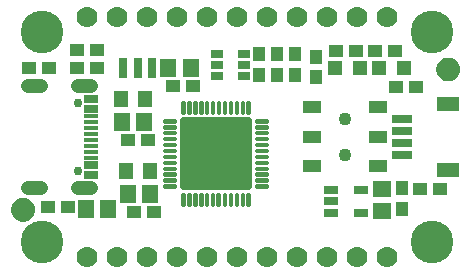
<source format=gbr>
G04 EAGLE Gerber RS-274X export*
G75*
%MOMM*%
%FSLAX34Y34*%
%LPD*%
%INSoldermask Top*%
%IPPOS*%
%AMOC8*
5,1,8,0,0,1.08239X$1,22.5*%
G01*
%ADD10C,0.671175*%
%ADD11C,0.215538*%
%ADD12R,0.801600X1.801600*%
%ADD13R,1.341600X1.601600*%
%ADD14R,1.101600X1.176600*%
%ADD15R,1.301600X1.401600*%
%ADD16R,1.176600X1.101600*%
%ADD17R,1.001600X0.701600*%
%ADD18R,1.301600X1.301600*%
%ADD19C,3.617600*%
%ADD20C,1.101600*%
%ADD21C,0.500000*%
%ADD22R,1.251600X0.676600*%
%ADD23R,1.251600X0.376600*%
%ADD24C,1.209600*%
%ADD25C,0.751600*%
%ADD26R,1.651600X0.701600*%
%ADD27R,1.901600X1.301600*%
%ADD28R,1.601600X1.341600*%
%ADD29R,1.301600X0.651600*%
%ADD30R,1.601600X1.101600*%
%ADD31C,1.778000*%


D10*
X199872Y73178D02*
X145568Y73178D01*
X145568Y127482D01*
X199872Y127482D01*
X199872Y73178D01*
X199872Y79554D02*
X145568Y79554D01*
X145568Y85930D02*
X199872Y85930D01*
X199872Y92306D02*
X145568Y92306D01*
X145568Y98682D02*
X199872Y98682D01*
X199872Y105058D02*
X145568Y105058D01*
X145568Y111434D02*
X199872Y111434D01*
X199872Y117810D02*
X145568Y117810D01*
X145568Y124186D02*
X199872Y124186D01*
D11*
X138151Y127249D02*
X138151Y128411D01*
X138151Y127249D02*
X129289Y127249D01*
X129289Y128411D01*
X138151Y128411D01*
X138151Y123411D02*
X138151Y122249D01*
X129289Y122249D01*
X129289Y123411D01*
X138151Y123411D01*
X138151Y118411D02*
X138151Y117249D01*
X129289Y117249D01*
X129289Y118411D01*
X138151Y118411D01*
X138151Y113411D02*
X138151Y112249D01*
X129289Y112249D01*
X129289Y113411D01*
X138151Y113411D01*
X138151Y108411D02*
X138151Y107249D01*
X129289Y107249D01*
X129289Y108411D01*
X138151Y108411D01*
X138151Y103411D02*
X138151Y102249D01*
X129289Y102249D01*
X129289Y103411D01*
X138151Y103411D01*
X138151Y98411D02*
X138151Y97249D01*
X129289Y97249D01*
X129289Y98411D01*
X138151Y98411D01*
X138151Y93411D02*
X138151Y92249D01*
X129289Y92249D01*
X129289Y93411D01*
X138151Y93411D01*
X138151Y88411D02*
X138151Y87249D01*
X129289Y87249D01*
X129289Y88411D01*
X138151Y88411D01*
X138151Y83411D02*
X138151Y82249D01*
X129289Y82249D01*
X129289Y83411D01*
X138151Y83411D01*
X138151Y78411D02*
X138151Y77249D01*
X129289Y77249D01*
X129289Y78411D01*
X138151Y78411D01*
X138151Y73411D02*
X138151Y72249D01*
X129289Y72249D01*
X129289Y73411D01*
X138151Y73411D01*
X144639Y65761D02*
X145801Y65761D01*
X145801Y56899D01*
X144639Y56899D01*
X144639Y65761D01*
X144639Y58946D02*
X145801Y58946D01*
X145801Y60993D02*
X144639Y60993D01*
X144639Y63040D02*
X145801Y63040D01*
X145801Y65087D02*
X144639Y65087D01*
X149639Y65761D02*
X150801Y65761D01*
X150801Y56899D01*
X149639Y56899D01*
X149639Y65761D01*
X149639Y58946D02*
X150801Y58946D01*
X150801Y60993D02*
X149639Y60993D01*
X149639Y63040D02*
X150801Y63040D01*
X150801Y65087D02*
X149639Y65087D01*
X154639Y65761D02*
X155801Y65761D01*
X155801Y56899D01*
X154639Y56899D01*
X154639Y65761D01*
X154639Y58946D02*
X155801Y58946D01*
X155801Y60993D02*
X154639Y60993D01*
X154639Y63040D02*
X155801Y63040D01*
X155801Y65087D02*
X154639Y65087D01*
X159639Y65761D02*
X160801Y65761D01*
X160801Y56899D01*
X159639Y56899D01*
X159639Y65761D01*
X159639Y58946D02*
X160801Y58946D01*
X160801Y60993D02*
X159639Y60993D01*
X159639Y63040D02*
X160801Y63040D01*
X160801Y65087D02*
X159639Y65087D01*
X164639Y65761D02*
X165801Y65761D01*
X165801Y56899D01*
X164639Y56899D01*
X164639Y65761D01*
X164639Y58946D02*
X165801Y58946D01*
X165801Y60993D02*
X164639Y60993D01*
X164639Y63040D02*
X165801Y63040D01*
X165801Y65087D02*
X164639Y65087D01*
X169639Y65761D02*
X170801Y65761D01*
X170801Y56899D01*
X169639Y56899D01*
X169639Y65761D01*
X169639Y58946D02*
X170801Y58946D01*
X170801Y60993D02*
X169639Y60993D01*
X169639Y63040D02*
X170801Y63040D01*
X170801Y65087D02*
X169639Y65087D01*
X174139Y65761D02*
X175301Y65761D01*
X175301Y56899D01*
X174139Y56899D01*
X174139Y65761D01*
X174139Y58946D02*
X175301Y58946D01*
X175301Y60993D02*
X174139Y60993D01*
X174139Y63040D02*
X175301Y63040D01*
X175301Y65087D02*
X174139Y65087D01*
X179639Y65761D02*
X180801Y65761D01*
X180801Y56899D01*
X179639Y56899D01*
X179639Y65761D01*
X179639Y58946D02*
X180801Y58946D01*
X180801Y60993D02*
X179639Y60993D01*
X179639Y63040D02*
X180801Y63040D01*
X180801Y65087D02*
X179639Y65087D01*
X184639Y65761D02*
X185801Y65761D01*
X185801Y56899D01*
X184639Y56899D01*
X184639Y65761D01*
X184639Y58946D02*
X185801Y58946D01*
X185801Y60993D02*
X184639Y60993D01*
X184639Y63040D02*
X185801Y63040D01*
X185801Y65087D02*
X184639Y65087D01*
X189639Y65761D02*
X190801Y65761D01*
X190801Y56899D01*
X189639Y56899D01*
X189639Y65761D01*
X189639Y58946D02*
X190801Y58946D01*
X190801Y60993D02*
X189639Y60993D01*
X189639Y63040D02*
X190801Y63040D01*
X190801Y65087D02*
X189639Y65087D01*
X194639Y65761D02*
X195801Y65761D01*
X195801Y56899D01*
X194639Y56899D01*
X194639Y65761D01*
X194639Y58946D02*
X195801Y58946D01*
X195801Y60993D02*
X194639Y60993D01*
X194639Y63040D02*
X195801Y63040D01*
X195801Y65087D02*
X194639Y65087D01*
X199639Y65761D02*
X200801Y65761D01*
X200801Y56899D01*
X199639Y56899D01*
X199639Y65761D01*
X199639Y58946D02*
X200801Y58946D01*
X200801Y60993D02*
X199639Y60993D01*
X199639Y63040D02*
X200801Y63040D01*
X200801Y65087D02*
X199639Y65087D01*
X207289Y72249D02*
X207289Y73411D01*
X216151Y73411D01*
X216151Y72249D01*
X207289Y72249D01*
X207289Y77249D02*
X207289Y78411D01*
X216151Y78411D01*
X216151Y77249D01*
X207289Y77249D01*
X207289Y82249D02*
X207289Y83411D01*
X216151Y83411D01*
X216151Y82249D01*
X207289Y82249D01*
X207289Y87249D02*
X207289Y88411D01*
X216151Y88411D01*
X216151Y87249D01*
X207289Y87249D01*
X207289Y92249D02*
X207289Y93411D01*
X216151Y93411D01*
X216151Y92249D01*
X207289Y92249D01*
X207289Y97249D02*
X207289Y98411D01*
X216151Y98411D01*
X216151Y97249D01*
X207289Y97249D01*
X207289Y102249D02*
X207289Y103411D01*
X216151Y103411D01*
X216151Y102249D01*
X207289Y102249D01*
X207289Y107249D02*
X207289Y108411D01*
X216151Y108411D01*
X216151Y107249D01*
X207289Y107249D01*
X207289Y112249D02*
X207289Y113411D01*
X216151Y113411D01*
X216151Y112249D01*
X207289Y112249D01*
X207289Y117249D02*
X207289Y118411D01*
X216151Y118411D01*
X216151Y117249D01*
X207289Y117249D01*
X207289Y122249D02*
X207289Y123411D01*
X216151Y123411D01*
X216151Y122249D01*
X207289Y122249D01*
X207289Y127249D02*
X207289Y128411D01*
X216151Y128411D01*
X216151Y127249D01*
X207289Y127249D01*
X200801Y134899D02*
X199639Y134899D01*
X199639Y143761D01*
X200801Y143761D01*
X200801Y134899D01*
X200801Y136946D02*
X199639Y136946D01*
X199639Y138993D02*
X200801Y138993D01*
X200801Y141040D02*
X199639Y141040D01*
X199639Y143087D02*
X200801Y143087D01*
X195801Y134899D02*
X194639Y134899D01*
X194639Y143761D01*
X195801Y143761D01*
X195801Y134899D01*
X195801Y136946D02*
X194639Y136946D01*
X194639Y138993D02*
X195801Y138993D01*
X195801Y141040D02*
X194639Y141040D01*
X194639Y143087D02*
X195801Y143087D01*
X190801Y134899D02*
X189639Y134899D01*
X189639Y143761D01*
X190801Y143761D01*
X190801Y134899D01*
X190801Y136946D02*
X189639Y136946D01*
X189639Y138993D02*
X190801Y138993D01*
X190801Y141040D02*
X189639Y141040D01*
X189639Y143087D02*
X190801Y143087D01*
X185801Y134899D02*
X184639Y134899D01*
X184639Y143761D01*
X185801Y143761D01*
X185801Y134899D01*
X185801Y136946D02*
X184639Y136946D01*
X184639Y138993D02*
X185801Y138993D01*
X185801Y141040D02*
X184639Y141040D01*
X184639Y143087D02*
X185801Y143087D01*
X180801Y134899D02*
X179639Y134899D01*
X179639Y143761D01*
X180801Y143761D01*
X180801Y134899D01*
X180801Y136946D02*
X179639Y136946D01*
X179639Y138993D02*
X180801Y138993D01*
X180801Y141040D02*
X179639Y141040D01*
X179639Y143087D02*
X180801Y143087D01*
X175801Y134899D02*
X174639Y134899D01*
X174639Y143761D01*
X175801Y143761D01*
X175801Y134899D01*
X175801Y136946D02*
X174639Y136946D01*
X174639Y138993D02*
X175801Y138993D01*
X175801Y141040D02*
X174639Y141040D01*
X174639Y143087D02*
X175801Y143087D01*
X170801Y134899D02*
X169639Y134899D01*
X169639Y143761D01*
X170801Y143761D01*
X170801Y134899D01*
X170801Y136946D02*
X169639Y136946D01*
X169639Y138993D02*
X170801Y138993D01*
X170801Y141040D02*
X169639Y141040D01*
X169639Y143087D02*
X170801Y143087D01*
X165801Y134899D02*
X164639Y134899D01*
X164639Y143761D01*
X165801Y143761D01*
X165801Y134899D01*
X165801Y136946D02*
X164639Y136946D01*
X164639Y138993D02*
X165801Y138993D01*
X165801Y141040D02*
X164639Y141040D01*
X164639Y143087D02*
X165801Y143087D01*
X160801Y134899D02*
X159639Y134899D01*
X159639Y143761D01*
X160801Y143761D01*
X160801Y134899D01*
X160801Y136946D02*
X159639Y136946D01*
X159639Y138993D02*
X160801Y138993D01*
X160801Y141040D02*
X159639Y141040D01*
X159639Y143087D02*
X160801Y143087D01*
X155801Y134899D02*
X154639Y134899D01*
X154639Y143761D01*
X155801Y143761D01*
X155801Y134899D01*
X155801Y136946D02*
X154639Y136946D01*
X154639Y138993D02*
X155801Y138993D01*
X155801Y141040D02*
X154639Y141040D01*
X154639Y143087D02*
X155801Y143087D01*
X150801Y134899D02*
X149639Y134899D01*
X149639Y143761D01*
X150801Y143761D01*
X150801Y134899D01*
X150801Y136946D02*
X149639Y136946D01*
X149639Y138993D02*
X150801Y138993D01*
X150801Y141040D02*
X149639Y141040D01*
X149639Y143087D02*
X150801Y143087D01*
X145801Y134899D02*
X144639Y134899D01*
X144639Y143761D01*
X145801Y143761D01*
X145801Y134899D01*
X145801Y136946D02*
X144639Y136946D01*
X144639Y138993D02*
X145801Y138993D01*
X145801Y141040D02*
X144639Y141040D01*
X144639Y143087D02*
X145801Y143087D01*
D12*
X118680Y172720D03*
X106680Y172720D03*
X94680Y172720D03*
D13*
X81890Y53340D03*
X62890Y53340D03*
D14*
X239649Y167141D03*
X239649Y184141D03*
D15*
X113030Y146050D03*
X92710Y146050D03*
X96520Y85090D03*
X116840Y85090D03*
D13*
X112370Y127000D03*
X93370Y127000D03*
X117450Y66040D03*
X98450Y66040D03*
X151740Y172720D03*
X132740Y172720D03*
D16*
X153280Y157480D03*
X136280Y157480D03*
X120260Y50800D03*
X103260Y50800D03*
D14*
X258064Y165236D03*
X258064Y182236D03*
X224409Y167141D03*
X224409Y184141D03*
D16*
X115180Y111760D03*
X98180Y111760D03*
D17*
X196864Y165579D03*
X196864Y175079D03*
X196864Y184579D03*
X173864Y184579D03*
X173864Y175079D03*
X173864Y165579D03*
D18*
X273980Y172720D03*
X294980Y172720D03*
X310810Y172720D03*
X331810Y172720D03*
D16*
X274710Y186690D03*
X291710Y186690D03*
X307730Y186690D03*
X324730Y186690D03*
D14*
X209223Y184123D03*
X209223Y167123D03*
D16*
X72000Y172720D03*
X55000Y172720D03*
X55000Y187960D03*
X72000Y187960D03*
D19*
X25400Y203200D03*
X25400Y25400D03*
X355600Y25400D03*
D20*
X9652Y52578D03*
D21*
X9652Y60078D02*
X9471Y60076D01*
X9290Y60069D01*
X9109Y60058D01*
X8928Y60043D01*
X8748Y60023D01*
X8568Y59999D01*
X8389Y59971D01*
X8211Y59938D01*
X8034Y59901D01*
X7857Y59860D01*
X7682Y59815D01*
X7507Y59765D01*
X7334Y59711D01*
X7163Y59653D01*
X6992Y59591D01*
X6824Y59524D01*
X6657Y59454D01*
X6491Y59380D01*
X6328Y59301D01*
X6167Y59219D01*
X6007Y59133D01*
X5850Y59043D01*
X5695Y58949D01*
X5542Y58852D01*
X5392Y58750D01*
X5244Y58646D01*
X5098Y58537D01*
X4956Y58426D01*
X4816Y58310D01*
X4679Y58192D01*
X4544Y58070D01*
X4413Y57945D01*
X4285Y57817D01*
X4160Y57686D01*
X4038Y57551D01*
X3920Y57414D01*
X3804Y57274D01*
X3693Y57132D01*
X3584Y56986D01*
X3480Y56838D01*
X3378Y56688D01*
X3281Y56535D01*
X3187Y56380D01*
X3097Y56223D01*
X3011Y56063D01*
X2929Y55902D01*
X2850Y55739D01*
X2776Y55573D01*
X2706Y55406D01*
X2639Y55238D01*
X2577Y55067D01*
X2519Y54896D01*
X2465Y54723D01*
X2415Y54548D01*
X2370Y54373D01*
X2329Y54196D01*
X2292Y54019D01*
X2259Y53841D01*
X2231Y53662D01*
X2207Y53482D01*
X2187Y53302D01*
X2172Y53121D01*
X2161Y52940D01*
X2154Y52759D01*
X2152Y52578D01*
X9652Y60078D02*
X9833Y60076D01*
X10014Y60069D01*
X10195Y60058D01*
X10376Y60043D01*
X10556Y60023D01*
X10736Y59999D01*
X10915Y59971D01*
X11093Y59938D01*
X11270Y59901D01*
X11447Y59860D01*
X11622Y59815D01*
X11797Y59765D01*
X11970Y59711D01*
X12141Y59653D01*
X12312Y59591D01*
X12480Y59524D01*
X12647Y59454D01*
X12813Y59380D01*
X12976Y59301D01*
X13137Y59219D01*
X13297Y59133D01*
X13454Y59043D01*
X13609Y58949D01*
X13762Y58852D01*
X13912Y58750D01*
X14060Y58646D01*
X14206Y58537D01*
X14348Y58426D01*
X14488Y58310D01*
X14625Y58192D01*
X14760Y58070D01*
X14891Y57945D01*
X15019Y57817D01*
X15144Y57686D01*
X15266Y57551D01*
X15384Y57414D01*
X15500Y57274D01*
X15611Y57132D01*
X15720Y56986D01*
X15824Y56838D01*
X15926Y56688D01*
X16023Y56535D01*
X16117Y56380D01*
X16207Y56223D01*
X16293Y56063D01*
X16375Y55902D01*
X16454Y55739D01*
X16528Y55573D01*
X16598Y55406D01*
X16665Y55238D01*
X16727Y55067D01*
X16785Y54896D01*
X16839Y54723D01*
X16889Y54548D01*
X16934Y54373D01*
X16975Y54196D01*
X17012Y54019D01*
X17045Y53841D01*
X17073Y53662D01*
X17097Y53482D01*
X17117Y53302D01*
X17132Y53121D01*
X17143Y52940D01*
X17150Y52759D01*
X17152Y52578D01*
X17150Y52397D01*
X17143Y52216D01*
X17132Y52035D01*
X17117Y51854D01*
X17097Y51674D01*
X17073Y51494D01*
X17045Y51315D01*
X17012Y51137D01*
X16975Y50960D01*
X16934Y50783D01*
X16889Y50608D01*
X16839Y50433D01*
X16785Y50260D01*
X16727Y50089D01*
X16665Y49918D01*
X16598Y49750D01*
X16528Y49583D01*
X16454Y49417D01*
X16375Y49254D01*
X16293Y49093D01*
X16207Y48933D01*
X16117Y48776D01*
X16023Y48621D01*
X15926Y48468D01*
X15824Y48318D01*
X15720Y48170D01*
X15611Y48024D01*
X15500Y47882D01*
X15384Y47742D01*
X15266Y47605D01*
X15144Y47470D01*
X15019Y47339D01*
X14891Y47211D01*
X14760Y47086D01*
X14625Y46964D01*
X14488Y46846D01*
X14348Y46730D01*
X14206Y46619D01*
X14060Y46510D01*
X13912Y46406D01*
X13762Y46304D01*
X13609Y46207D01*
X13454Y46113D01*
X13297Y46023D01*
X13137Y45937D01*
X12976Y45855D01*
X12813Y45776D01*
X12647Y45702D01*
X12480Y45632D01*
X12312Y45565D01*
X12141Y45503D01*
X11970Y45445D01*
X11797Y45391D01*
X11622Y45341D01*
X11447Y45296D01*
X11270Y45255D01*
X11093Y45218D01*
X10915Y45185D01*
X10736Y45157D01*
X10556Y45133D01*
X10376Y45113D01*
X10195Y45098D01*
X10014Y45087D01*
X9833Y45080D01*
X9652Y45078D01*
X9471Y45080D01*
X9290Y45087D01*
X9109Y45098D01*
X8928Y45113D01*
X8748Y45133D01*
X8568Y45157D01*
X8389Y45185D01*
X8211Y45218D01*
X8034Y45255D01*
X7857Y45296D01*
X7682Y45341D01*
X7507Y45391D01*
X7334Y45445D01*
X7163Y45503D01*
X6992Y45565D01*
X6824Y45632D01*
X6657Y45702D01*
X6491Y45776D01*
X6328Y45855D01*
X6167Y45937D01*
X6007Y46023D01*
X5850Y46113D01*
X5695Y46207D01*
X5542Y46304D01*
X5392Y46406D01*
X5244Y46510D01*
X5098Y46619D01*
X4956Y46730D01*
X4816Y46846D01*
X4679Y46964D01*
X4544Y47086D01*
X4413Y47211D01*
X4285Y47339D01*
X4160Y47470D01*
X4038Y47605D01*
X3920Y47742D01*
X3804Y47882D01*
X3693Y48024D01*
X3584Y48170D01*
X3480Y48318D01*
X3378Y48468D01*
X3281Y48621D01*
X3187Y48776D01*
X3097Y48933D01*
X3011Y49093D01*
X2929Y49254D01*
X2850Y49417D01*
X2776Y49583D01*
X2706Y49750D01*
X2639Y49918D01*
X2577Y50089D01*
X2519Y50260D01*
X2465Y50433D01*
X2415Y50608D01*
X2370Y50783D01*
X2329Y50960D01*
X2292Y51137D01*
X2259Y51315D01*
X2231Y51494D01*
X2207Y51674D01*
X2187Y51854D01*
X2172Y52035D01*
X2161Y52216D01*
X2154Y52397D01*
X2152Y52578D01*
D20*
X369570Y171450D03*
D21*
X369570Y178950D02*
X369389Y178948D01*
X369208Y178941D01*
X369027Y178930D01*
X368846Y178915D01*
X368666Y178895D01*
X368486Y178871D01*
X368307Y178843D01*
X368129Y178810D01*
X367952Y178773D01*
X367775Y178732D01*
X367600Y178687D01*
X367425Y178637D01*
X367252Y178583D01*
X367081Y178525D01*
X366910Y178463D01*
X366742Y178396D01*
X366575Y178326D01*
X366409Y178252D01*
X366246Y178173D01*
X366085Y178091D01*
X365925Y178005D01*
X365768Y177915D01*
X365613Y177821D01*
X365460Y177724D01*
X365310Y177622D01*
X365162Y177518D01*
X365016Y177409D01*
X364874Y177298D01*
X364734Y177182D01*
X364597Y177064D01*
X364462Y176942D01*
X364331Y176817D01*
X364203Y176689D01*
X364078Y176558D01*
X363956Y176423D01*
X363838Y176286D01*
X363722Y176146D01*
X363611Y176004D01*
X363502Y175858D01*
X363398Y175710D01*
X363296Y175560D01*
X363199Y175407D01*
X363105Y175252D01*
X363015Y175095D01*
X362929Y174935D01*
X362847Y174774D01*
X362768Y174611D01*
X362694Y174445D01*
X362624Y174278D01*
X362557Y174110D01*
X362495Y173939D01*
X362437Y173768D01*
X362383Y173595D01*
X362333Y173420D01*
X362288Y173245D01*
X362247Y173068D01*
X362210Y172891D01*
X362177Y172713D01*
X362149Y172534D01*
X362125Y172354D01*
X362105Y172174D01*
X362090Y171993D01*
X362079Y171812D01*
X362072Y171631D01*
X362070Y171450D01*
X369570Y178950D02*
X369751Y178948D01*
X369932Y178941D01*
X370113Y178930D01*
X370294Y178915D01*
X370474Y178895D01*
X370654Y178871D01*
X370833Y178843D01*
X371011Y178810D01*
X371188Y178773D01*
X371365Y178732D01*
X371540Y178687D01*
X371715Y178637D01*
X371888Y178583D01*
X372059Y178525D01*
X372230Y178463D01*
X372398Y178396D01*
X372565Y178326D01*
X372731Y178252D01*
X372894Y178173D01*
X373055Y178091D01*
X373215Y178005D01*
X373372Y177915D01*
X373527Y177821D01*
X373680Y177724D01*
X373830Y177622D01*
X373978Y177518D01*
X374124Y177409D01*
X374266Y177298D01*
X374406Y177182D01*
X374543Y177064D01*
X374678Y176942D01*
X374809Y176817D01*
X374937Y176689D01*
X375062Y176558D01*
X375184Y176423D01*
X375302Y176286D01*
X375418Y176146D01*
X375529Y176004D01*
X375638Y175858D01*
X375742Y175710D01*
X375844Y175560D01*
X375941Y175407D01*
X376035Y175252D01*
X376125Y175095D01*
X376211Y174935D01*
X376293Y174774D01*
X376372Y174611D01*
X376446Y174445D01*
X376516Y174278D01*
X376583Y174110D01*
X376645Y173939D01*
X376703Y173768D01*
X376757Y173595D01*
X376807Y173420D01*
X376852Y173245D01*
X376893Y173068D01*
X376930Y172891D01*
X376963Y172713D01*
X376991Y172534D01*
X377015Y172354D01*
X377035Y172174D01*
X377050Y171993D01*
X377061Y171812D01*
X377068Y171631D01*
X377070Y171450D01*
X377068Y171269D01*
X377061Y171088D01*
X377050Y170907D01*
X377035Y170726D01*
X377015Y170546D01*
X376991Y170366D01*
X376963Y170187D01*
X376930Y170009D01*
X376893Y169832D01*
X376852Y169655D01*
X376807Y169480D01*
X376757Y169305D01*
X376703Y169132D01*
X376645Y168961D01*
X376583Y168790D01*
X376516Y168622D01*
X376446Y168455D01*
X376372Y168289D01*
X376293Y168126D01*
X376211Y167965D01*
X376125Y167805D01*
X376035Y167648D01*
X375941Y167493D01*
X375844Y167340D01*
X375742Y167190D01*
X375638Y167042D01*
X375529Y166896D01*
X375418Y166754D01*
X375302Y166614D01*
X375184Y166477D01*
X375062Y166342D01*
X374937Y166211D01*
X374809Y166083D01*
X374678Y165958D01*
X374543Y165836D01*
X374406Y165718D01*
X374266Y165602D01*
X374124Y165491D01*
X373978Y165382D01*
X373830Y165278D01*
X373680Y165176D01*
X373527Y165079D01*
X373372Y164985D01*
X373215Y164895D01*
X373055Y164809D01*
X372894Y164727D01*
X372731Y164648D01*
X372565Y164574D01*
X372398Y164504D01*
X372230Y164437D01*
X372059Y164375D01*
X371888Y164317D01*
X371715Y164263D01*
X371540Y164213D01*
X371365Y164168D01*
X371188Y164127D01*
X371011Y164090D01*
X370833Y164057D01*
X370654Y164029D01*
X370474Y164005D01*
X370294Y163985D01*
X370113Y163970D01*
X369932Y163959D01*
X369751Y163952D01*
X369570Y163950D01*
X369389Y163952D01*
X369208Y163959D01*
X369027Y163970D01*
X368846Y163985D01*
X368666Y164005D01*
X368486Y164029D01*
X368307Y164057D01*
X368129Y164090D01*
X367952Y164127D01*
X367775Y164168D01*
X367600Y164213D01*
X367425Y164263D01*
X367252Y164317D01*
X367081Y164375D01*
X366910Y164437D01*
X366742Y164504D01*
X366575Y164574D01*
X366409Y164648D01*
X366246Y164727D01*
X366085Y164809D01*
X365925Y164895D01*
X365768Y164985D01*
X365613Y165079D01*
X365460Y165176D01*
X365310Y165278D01*
X365162Y165382D01*
X365016Y165491D01*
X364874Y165602D01*
X364734Y165718D01*
X364597Y165836D01*
X364462Y165958D01*
X364331Y166083D01*
X364203Y166211D01*
X364078Y166342D01*
X363956Y166477D01*
X363838Y166614D01*
X363722Y166754D01*
X363611Y166896D01*
X363502Y167042D01*
X363398Y167190D01*
X363296Y167340D01*
X363199Y167493D01*
X363105Y167648D01*
X363015Y167805D01*
X362929Y167965D01*
X362847Y168126D01*
X362768Y168289D01*
X362694Y168455D01*
X362624Y168622D01*
X362557Y168790D01*
X362495Y168961D01*
X362437Y169132D01*
X362383Y169305D01*
X362333Y169480D01*
X362288Y169655D01*
X362247Y169832D01*
X362210Y170009D01*
X362177Y170187D01*
X362149Y170366D01*
X362125Y170546D01*
X362105Y170726D01*
X362090Y170907D01*
X362079Y171088D01*
X362072Y171269D01*
X362070Y171450D01*
D19*
X355600Y203200D03*
D22*
X67200Y146300D03*
X67200Y138300D03*
D23*
X67200Y131800D03*
X67200Y126800D03*
X67200Y121800D03*
X67200Y116800D03*
X67200Y111800D03*
X67200Y106800D03*
X67200Y101800D03*
X67200Y96800D03*
D22*
X67200Y90300D03*
X67200Y82300D03*
D24*
X25190Y157500D02*
X14110Y157500D01*
X14110Y71100D02*
X25190Y71100D01*
X55910Y71100D02*
X66990Y71100D01*
X66990Y157500D02*
X55910Y157500D01*
D25*
X56450Y85400D03*
X56450Y143200D03*
D16*
X47870Y54610D03*
X30870Y54610D03*
X14360Y172720D03*
X31360Y172720D03*
D26*
X330460Y109300D03*
X330460Y119300D03*
X330460Y99300D03*
X330460Y129300D03*
D27*
X369460Y86300D03*
X369460Y142300D03*
D14*
X330200Y70730D03*
X330200Y53730D03*
D28*
X313690Y70460D03*
X313690Y51460D03*
D29*
X270209Y69190D03*
X270209Y59690D03*
X270209Y50190D03*
X296211Y50190D03*
X296211Y69190D03*
D30*
X253940Y89300D03*
X253940Y114300D03*
X253940Y139300D03*
X309940Y139300D03*
X309940Y114300D03*
X309940Y89300D03*
D20*
X281940Y129300D03*
X281940Y99300D03*
D31*
X63500Y12700D03*
X88900Y12700D03*
X114300Y12700D03*
X139700Y12700D03*
X165100Y12700D03*
X190500Y12700D03*
X215900Y12700D03*
X241300Y12700D03*
X266700Y12700D03*
X292100Y12700D03*
X317500Y12700D03*
X317500Y215900D03*
X292100Y215900D03*
X266700Y215900D03*
X241300Y215900D03*
X215900Y215900D03*
X190500Y215900D03*
X165100Y215900D03*
X139700Y215900D03*
X114300Y215900D03*
X88900Y215900D03*
X63500Y215900D03*
D16*
X325510Y156210D03*
X342510Y156210D03*
X362830Y69850D03*
X345830Y69850D03*
M02*

</source>
